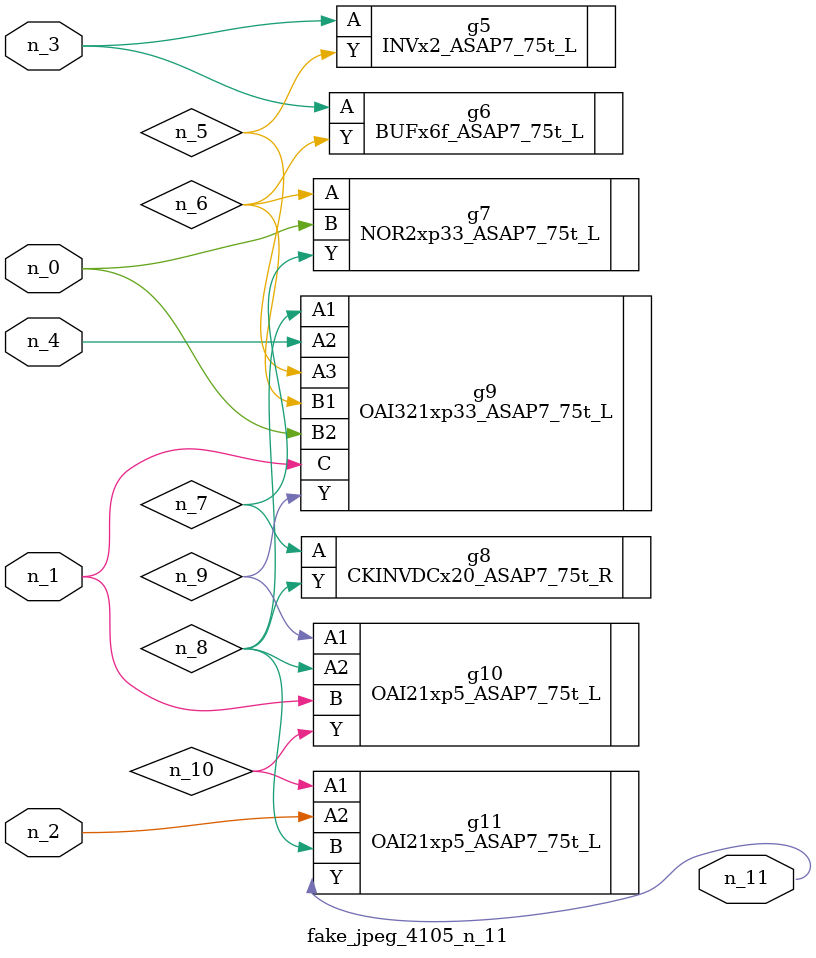
<source format=v>
module fake_jpeg_4105_n_11 (n_3, n_2, n_1, n_0, n_4, n_11);

input n_3;
input n_2;
input n_1;
input n_0;
input n_4;

output n_11;

wire n_10;
wire n_8;
wire n_9;
wire n_6;
wire n_5;
wire n_7;

INVx2_ASAP7_75t_L g5 ( 
.A(n_3),
.Y(n_5)
);

BUFx6f_ASAP7_75t_L g6 ( 
.A(n_3),
.Y(n_6)
);

NOR2xp33_ASAP7_75t_L g7 ( 
.A(n_6),
.B(n_0),
.Y(n_7)
);

CKINVDCx20_ASAP7_75t_R g8 ( 
.A(n_7),
.Y(n_8)
);

OAI321xp33_ASAP7_75t_L g9 ( 
.A1(n_8),
.A2(n_4),
.A3(n_5),
.B1(n_6),
.B2(n_0),
.C(n_1),
.Y(n_9)
);

OAI21xp5_ASAP7_75t_L g10 ( 
.A1(n_9),
.A2(n_8),
.B(n_1),
.Y(n_10)
);

OAI21xp5_ASAP7_75t_L g11 ( 
.A1(n_10),
.A2(n_2),
.B(n_8),
.Y(n_11)
);


endmodule
</source>
